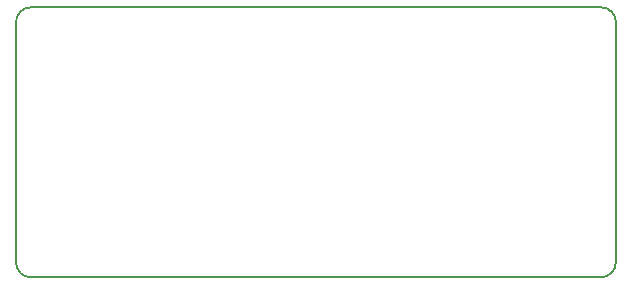
<source format=gbr>
G04 #@! TF.FileFunction,Profile,NP*
%FSLAX46Y46*%
G04 Gerber Fmt 4.6, Leading zero omitted, Abs format (unit mm)*
G04 Created by KiCad (PCBNEW 4.0.7) date 06/24/18 16:56:01*
%MOMM*%
%LPD*%
G01*
G04 APERTURE LIST*
%ADD10C,0.100000*%
%ADD11C,0.150000*%
G04 APERTURE END LIST*
D10*
D11*
X35560000Y-29210000D02*
X35560000Y-49530000D01*
X85090000Y-27940000D02*
X36830000Y-27940000D01*
X86360000Y-49530000D02*
X86360000Y-29210000D01*
X36830000Y-50800000D02*
X85090000Y-50800000D01*
X35560000Y-49530000D02*
G75*
G03X36830000Y-50800000I1270000J0D01*
G01*
X36830000Y-27940000D02*
G75*
G03X35560000Y-29210000I0J-1270000D01*
G01*
X86360000Y-29210000D02*
G75*
G03X85090000Y-27940000I-1270000J0D01*
G01*
X85090000Y-50800000D02*
G75*
G03X86360000Y-49530000I0J1270000D01*
G01*
M02*

</source>
